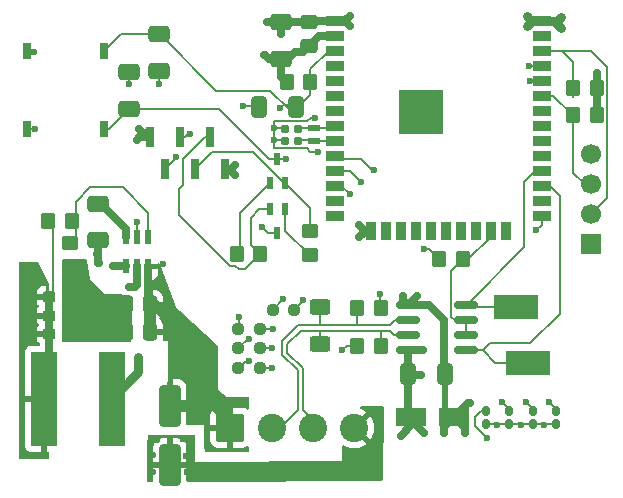
<source format=gtl>
G04 #@! TF.GenerationSoftware,KiCad,Pcbnew,9.0.4*
G04 #@! TF.CreationDate,2025-09-21T22:22:09+02:00*
G04 #@! TF.ProjectId,modbus-to-x,6d6f6462-7573-42d7-946f-2d782e6b6963,rev?*
G04 #@! TF.SameCoordinates,Original*
G04 #@! TF.FileFunction,Copper,L1,Top*
G04 #@! TF.FilePolarity,Positive*
%FSLAX46Y46*%
G04 Gerber Fmt 4.6, Leading zero omitted, Abs format (unit mm)*
G04 Created by KiCad (PCBNEW 9.0.4) date 2025-09-21 22:22:09*
%MOMM*%
%LPD*%
G01*
G04 APERTURE LIST*
G04 Aperture macros list*
%AMRoundRect*
0 Rectangle with rounded corners*
0 $1 Rounding radius*
0 $2 $3 $4 $5 $6 $7 $8 $9 X,Y pos of 4 corners*
0 Add a 4 corners polygon primitive as box body*
4,1,4,$2,$3,$4,$5,$6,$7,$8,$9,$2,$3,0*
0 Add four circle primitives for the rounded corners*
1,1,$1+$1,$2,$3*
1,1,$1+$1,$4,$5*
1,1,$1+$1,$6,$7*
1,1,$1+$1,$8,$9*
0 Add four rect primitives between the rounded corners*
20,1,$1+$1,$2,$3,$4,$5,0*
20,1,$1+$1,$4,$5,$6,$7,0*
20,1,$1+$1,$6,$7,$8,$9,0*
20,1,$1+$1,$8,$9,$2,$3,0*%
G04 Aperture macros list end*
G04 #@! TA.AperFunction,SMDPad,CuDef*
%ADD10R,0.900000X0.900000*%
G04 #@! TD*
G04 #@! TA.AperFunction,HeatsinkPad*
%ADD11C,0.600000*%
G04 #@! TD*
G04 #@! TA.AperFunction,SMDPad,CuDef*
%ADD12R,3.800000X3.800000*%
G04 #@! TD*
G04 #@! TA.AperFunction,SMDPad,CuDef*
%ADD13R,1.500000X0.900000*%
G04 #@! TD*
G04 #@! TA.AperFunction,SMDPad,CuDef*
%ADD14R,0.900000X1.500000*%
G04 #@! TD*
G04 #@! TA.AperFunction,ComponentPad*
%ADD15C,1.700000*%
G04 #@! TD*
G04 #@! TA.AperFunction,ComponentPad*
%ADD16R,1.700000X1.700000*%
G04 #@! TD*
G04 #@! TA.AperFunction,SMDPad,CuDef*
%ADD17R,3.800000X2.030000*%
G04 #@! TD*
G04 #@! TA.AperFunction,SMDPad,CuDef*
%ADD18RoundRect,0.155000X-0.212500X-0.155000X0.212500X-0.155000X0.212500X0.155000X-0.212500X0.155000X0*%
G04 #@! TD*
G04 #@! TA.AperFunction,SMDPad,CuDef*
%ADD19RoundRect,0.250000X0.650000X-0.412500X0.650000X0.412500X-0.650000X0.412500X-0.650000X-0.412500X0*%
G04 #@! TD*
G04 #@! TA.AperFunction,SMDPad,CuDef*
%ADD20RoundRect,0.237500X-0.250000X-0.237500X0.250000X-0.237500X0.250000X0.237500X-0.250000X0.237500X0*%
G04 #@! TD*
G04 #@! TA.AperFunction,SMDPad,CuDef*
%ADD21RoundRect,0.250000X0.337500X0.475000X-0.337500X0.475000X-0.337500X-0.475000X0.337500X-0.475000X0*%
G04 #@! TD*
G04 #@! TA.AperFunction,SMDPad,CuDef*
%ADD22R,1.000000X0.500000*%
G04 #@! TD*
G04 #@! TA.AperFunction,SMDPad,CuDef*
%ADD23RoundRect,0.250000X0.350000X0.450000X-0.350000X0.450000X-0.350000X-0.450000X0.350000X-0.450000X0*%
G04 #@! TD*
G04 #@! TA.AperFunction,SMDPad,CuDef*
%ADD24RoundRect,0.250000X-1.050000X-0.550000X1.050000X-0.550000X1.050000X0.550000X-1.050000X0.550000X0*%
G04 #@! TD*
G04 #@! TA.AperFunction,SMDPad,CuDef*
%ADD25R,0.660400X1.346200*%
G04 #@! TD*
G04 #@! TA.AperFunction,SMDPad,CuDef*
%ADD26RoundRect,0.237500X0.300000X0.237500X-0.300000X0.237500X-0.300000X-0.237500X0.300000X-0.237500X0*%
G04 #@! TD*
G04 #@! TA.AperFunction,SMDPad,CuDef*
%ADD27RoundRect,0.250000X-0.650000X0.412500X-0.650000X-0.412500X0.650000X-0.412500X0.650000X0.412500X0*%
G04 #@! TD*
G04 #@! TA.AperFunction,SMDPad,CuDef*
%ADD28R,0.500000X1.000000*%
G04 #@! TD*
G04 #@! TA.AperFunction,SMDPad,CuDef*
%ADD29RoundRect,0.160000X0.160000X-0.222500X0.160000X0.222500X-0.160000X0.222500X-0.160000X-0.222500X0*%
G04 #@! TD*
G04 #@! TA.AperFunction,SMDPad,CuDef*
%ADD30RoundRect,0.250000X-0.350000X-0.450000X0.350000X-0.450000X0.350000X0.450000X-0.350000X0.450000X0*%
G04 #@! TD*
G04 #@! TA.AperFunction,SMDPad,CuDef*
%ADD31RoundRect,0.250000X-0.337500X-0.475000X0.337500X-0.475000X0.337500X0.475000X-0.337500X0.475000X0*%
G04 #@! TD*
G04 #@! TA.AperFunction,SMDPad,CuDef*
%ADD32RoundRect,0.250000X0.412500X0.650000X-0.412500X0.650000X-0.412500X-0.650000X0.412500X-0.650000X0*%
G04 #@! TD*
G04 #@! TA.AperFunction,ComponentPad*
%ADD33C,2.400000*%
G04 #@! TD*
G04 #@! TA.AperFunction,ComponentPad*
%ADD34RoundRect,0.250001X-0.949999X-0.949999X0.949999X-0.949999X0.949999X0.949999X-0.949999X0.949999X0*%
G04 #@! TD*
G04 #@! TA.AperFunction,SMDPad,CuDef*
%ADD35RoundRect,0.250000X-0.450000X0.350000X-0.450000X-0.350000X0.450000X-0.350000X0.450000X0.350000X0*%
G04 #@! TD*
G04 #@! TA.AperFunction,SMDPad,CuDef*
%ADD36RoundRect,0.250000X-0.475000X0.337500X-0.475000X-0.337500X0.475000X-0.337500X0.475000X0.337500X0*%
G04 #@! TD*
G04 #@! TA.AperFunction,SMDPad,CuDef*
%ADD37RoundRect,0.250000X-0.650000X1.500000X-0.650000X-1.500000X0.650000X-1.500000X0.650000X1.500000X0*%
G04 #@! TD*
G04 #@! TA.AperFunction,SMDPad,CuDef*
%ADD38RoundRect,0.250000X-0.625000X0.400000X-0.625000X-0.400000X0.625000X-0.400000X0.625000X0.400000X0*%
G04 #@! TD*
G04 #@! TA.AperFunction,SMDPad,CuDef*
%ADD39RoundRect,0.250000X-0.412500X-0.650000X0.412500X-0.650000X0.412500X0.650000X-0.412500X0.650000X0*%
G04 #@! TD*
G04 #@! TA.AperFunction,SMDPad,CuDef*
%ADD40RoundRect,0.150000X0.825000X0.150000X-0.825000X0.150000X-0.825000X-0.150000X0.825000X-0.150000X0*%
G04 #@! TD*
G04 #@! TA.AperFunction,SMDPad,CuDef*
%ADD41RoundRect,0.250000X0.450000X-0.350000X0.450000X0.350000X-0.450000X0.350000X-0.450000X-0.350000X0*%
G04 #@! TD*
G04 #@! TA.AperFunction,SMDPad,CuDef*
%ADD42RoundRect,0.073750X0.221250X-0.551250X0.221250X0.551250X-0.221250X0.551250X-0.221250X-0.551250X0*%
G04 #@! TD*
G04 #@! TA.AperFunction,SMDPad,CuDef*
%ADD43R,2.209800X8.001000*%
G04 #@! TD*
G04 #@! TA.AperFunction,SMDPad,CuDef*
%ADD44R,0.740000X1.700000*%
G04 #@! TD*
G04 #@! TA.AperFunction,ViaPad*
%ADD45C,0.600000*%
G04 #@! TD*
G04 #@! TA.AperFunction,Conductor*
%ADD46C,0.200000*%
G04 #@! TD*
G04 #@! TA.AperFunction,Conductor*
%ADD47C,0.635000*%
G04 #@! TD*
G04 #@! TA.AperFunction,Conductor*
%ADD48C,0.150000*%
G04 #@! TD*
G04 #@! TA.AperFunction,Conductor*
%ADD49C,0.500000*%
G04 #@! TD*
G04 #@! TA.AperFunction,Conductor*
%ADD50C,1.000000*%
G04 #@! TD*
G04 #@! TA.AperFunction,Conductor*
%ADD51C,0.800000*%
G04 #@! TD*
G04 #@! TA.AperFunction,Conductor*
%ADD52C,0.950000*%
G04 #@! TD*
G04 APERTURE END LIST*
D10*
X117431800Y-98525400D03*
D11*
X117431800Y-97825400D03*
D10*
X117431800Y-97125400D03*
D11*
X117431800Y-96425400D03*
D10*
X117431800Y-95725400D03*
D11*
X116731800Y-98525400D03*
X116731800Y-97125400D03*
X116731800Y-95725400D03*
D10*
X116031800Y-98525400D03*
D12*
X116031800Y-97125400D03*
D10*
X116031800Y-97125400D03*
X116031800Y-95725400D03*
D11*
X116006800Y-97825400D03*
X116006800Y-96425400D03*
X115331800Y-98525400D03*
X115331800Y-97125400D03*
X115331800Y-95725400D03*
D10*
X114631800Y-98525400D03*
D11*
X114631800Y-97825400D03*
D10*
X114631800Y-97125400D03*
D11*
X114631800Y-96425400D03*
D10*
X114631800Y-95725400D03*
D13*
X126281800Y-89405400D03*
X126281800Y-90675400D03*
X126281800Y-91945400D03*
X126281800Y-93215400D03*
X126281800Y-94485400D03*
X126281800Y-95755400D03*
X126281800Y-97025400D03*
X126281800Y-98295400D03*
X126281800Y-99565400D03*
X126281800Y-100835400D03*
X126281800Y-102105400D03*
X126281800Y-103375400D03*
X126281800Y-104645400D03*
X126281800Y-105915400D03*
D14*
X123251800Y-107165400D03*
X121981800Y-107165400D03*
X120711800Y-107165400D03*
X119441800Y-107165400D03*
X118171800Y-107165400D03*
X116901800Y-107165400D03*
X115631800Y-107165400D03*
X114361800Y-107165400D03*
X113091800Y-107165400D03*
X111821800Y-107165400D03*
D13*
X108781800Y-105915400D03*
X108781800Y-104645400D03*
X108781800Y-103375400D03*
X108781800Y-102105400D03*
X108781800Y-100835400D03*
X108781800Y-99565400D03*
X108781800Y-98295400D03*
X108781800Y-97025400D03*
X108781800Y-95755400D03*
X108781800Y-94485400D03*
X108781800Y-93215400D03*
X108781800Y-91945400D03*
X108781800Y-90675400D03*
X108781800Y-89405400D03*
D15*
X130429000Y-100711000D03*
X130429000Y-103251000D03*
X130429000Y-105791000D03*
D16*
X130429000Y-108331000D03*
D17*
X125087200Y-118368200D03*
D18*
X104525723Y-98553406D03*
X105660723Y-98553406D03*
X104513858Y-99579651D03*
X105648858Y-99579651D03*
D19*
X91363800Y-96837900D03*
X91363800Y-93712900D03*
D20*
X100603500Y-117136300D03*
X102428500Y-117136300D03*
D21*
X93137900Y-113411000D03*
X91062900Y-113411000D03*
D22*
X107000000Y-99550000D03*
X107000000Y-98450000D03*
D23*
X130921000Y-95123000D03*
X128921000Y-95123000D03*
D24*
X115220555Y-122968067D03*
X118820555Y-122968067D03*
D25*
X82677000Y-98577400D03*
X89230200Y-98577400D03*
D26*
X86281600Y-112790700D03*
X84556600Y-112790700D03*
D27*
X93853000Y-90537900D03*
X93853000Y-93662900D03*
D28*
X104551000Y-105359200D03*
X103251000Y-105359200D03*
X103901000Y-107359200D03*
D19*
X88722200Y-107988500D03*
X88722200Y-104863500D03*
D29*
X125505650Y-123570500D03*
X125505650Y-122425500D03*
D20*
X103499100Y-113847000D03*
X105324100Y-113847000D03*
D30*
X84471000Y-106324400D03*
X86471000Y-106324400D03*
D29*
X121525650Y-123570500D03*
X121525650Y-122425500D03*
X127495650Y-123570500D03*
X127495650Y-122425500D03*
D31*
X91062900Y-115747800D03*
X93137900Y-115747800D03*
D20*
X100603500Y-118774600D03*
X102428500Y-118774600D03*
D30*
X110642400Y-113690400D03*
X112642400Y-113690400D03*
D26*
X86281600Y-115910900D03*
X84556600Y-115910900D03*
D32*
X105462500Y-96700000D03*
X102337500Y-96700000D03*
D23*
X102462600Y-109137200D03*
X100462600Y-109137200D03*
D20*
X100603500Y-115498000D03*
X102428500Y-115498000D03*
D33*
X110413800Y-123850400D03*
D34*
X99913800Y-123850400D03*
D33*
X103413800Y-123850400D03*
X106913800Y-123850400D03*
D35*
X106629200Y-107229400D03*
X106629200Y-109229400D03*
D36*
X106553000Y-89462700D03*
X106553000Y-91537700D03*
D30*
X117592600Y-109601000D03*
X119592600Y-109601000D03*
D37*
X94803749Y-122000452D03*
X94803749Y-127000452D03*
D38*
X107527600Y-113664400D03*
X107527600Y-116764400D03*
D39*
X114956700Y-119329200D03*
X118081700Y-119329200D03*
D40*
X119877200Y-117285700D03*
X119877200Y-116015700D03*
X119877200Y-114745700D03*
X119877200Y-113475700D03*
X114927200Y-113475700D03*
X114927200Y-114745700D03*
X114927200Y-116015700D03*
X114927200Y-117285700D03*
D41*
X86334600Y-110245400D03*
X86334600Y-108245400D03*
D30*
X104700000Y-94600000D03*
X106700000Y-94600000D03*
X110642400Y-116890800D03*
X112642400Y-116890800D03*
D29*
X123515650Y-123570500D03*
X123515650Y-122425500D03*
D42*
X91074200Y-110192906D03*
X92024200Y-110192906D03*
X92974200Y-110192906D03*
X92974200Y-107682906D03*
X92024200Y-107682906D03*
X91074200Y-107682906D03*
D27*
X104190800Y-89521900D03*
X104190800Y-92646900D03*
D26*
X86281600Y-114350800D03*
X84556600Y-114350800D03*
D43*
X84162900Y-121412000D03*
X89877900Y-121412000D03*
D28*
X103251000Y-103126800D03*
X104551000Y-103126800D03*
X103901000Y-101126800D03*
D44*
X93091000Y-99263200D03*
X94361000Y-101963200D03*
X95631000Y-99263200D03*
X96901000Y-101963200D03*
X98171000Y-99263200D03*
X99441000Y-101963200D03*
D25*
X82677000Y-91948000D03*
X89230200Y-91948000D03*
D17*
X124079000Y-113588800D03*
D23*
X130921000Y-97409000D03*
X128921000Y-97409000D03*
D45*
X130937000Y-93853000D03*
X104200000Y-93600000D03*
X102800000Y-92300000D03*
X107659185Y-89405400D03*
X105486224Y-89462700D03*
X87376000Y-114350800D03*
X122508450Y-123575200D03*
X96200749Y-126202252D03*
X114579400Y-112674400D03*
X96226149Y-127573852D03*
X92202000Y-98531497D03*
X87376000Y-115910900D03*
X109407200Y-117297200D03*
X83286600Y-92024200D03*
X110032800Y-88950800D03*
X110845600Y-107721400D03*
X120198233Y-121776169D03*
X93406749Y-127573852D03*
X117975200Y-117072800D03*
X107117813Y-97581376D03*
X115697000Y-112699800D03*
X93406749Y-126151452D03*
X90119200Y-115747800D03*
X124489650Y-123575200D03*
X103651698Y-99472011D03*
X116756000Y-113491400D03*
X93853000Y-94767400D03*
X125018800Y-89027000D03*
X118044861Y-124274466D03*
X101015800Y-96621600D03*
X88823800Y-112877600D03*
X118081700Y-121577936D03*
X126470850Y-123575200D03*
X102997000Y-89484200D03*
X104190800Y-90474800D03*
X127889000Y-89052400D03*
X87452200Y-110236000D03*
X118081700Y-120773109D03*
X89997000Y-110185200D03*
X110845600Y-106705400D03*
X90195400Y-114579400D03*
X127889000Y-90000000D03*
X110032800Y-89800000D03*
X83413600Y-98577400D03*
X93715448Y-124857272D03*
X90119200Y-113411000D03*
X87553800Y-111607600D03*
X119745702Y-124322042D03*
X103651698Y-98499155D03*
X107300000Y-100500000D03*
X95925248Y-124831872D03*
X88849200Y-116179600D03*
X91998800Y-99491800D03*
X125018800Y-89839800D03*
X87376000Y-112790700D03*
X91363800Y-94742000D03*
X104100000Y-96800000D03*
X102616000Y-106883200D03*
X104648000Y-101092000D03*
X125806200Y-107137200D03*
X105422359Y-92041480D03*
X114326007Y-124516311D03*
X100304600Y-101600000D03*
X104411600Y-112983400D03*
X112623947Y-112537800D03*
X116100000Y-119400000D03*
X116281200Y-108737400D03*
X114956700Y-121120678D03*
X82804000Y-114088333D03*
X116332127Y-124293730D03*
X82804000Y-115798600D03*
X82753200Y-112378067D03*
X82753200Y-110667800D03*
X100304600Y-102463600D03*
X116205000Y-117285700D03*
X121619450Y-124718200D03*
X106070400Y-113030000D03*
X125247400Y-93243400D03*
X96494600Y-99009200D03*
X95340418Y-100883509D03*
X125272800Y-94462600D03*
X94259400Y-109956600D03*
X92049600Y-106426000D03*
X92125800Y-117850920D03*
X92125800Y-118714520D03*
X92049600Y-111490997D03*
X88620600Y-109143800D03*
X88773000Y-109931200D03*
X91363800Y-111963200D03*
X103469900Y-118774600D03*
X122923650Y-121695600D03*
X103469900Y-117136300D03*
X124913650Y-121695600D03*
X126903650Y-121695600D03*
X103505000Y-115519200D03*
X101498400Y-118186200D03*
X112100000Y-102000000D03*
X100634800Y-114477800D03*
X110015819Y-104069992D03*
X111000000Y-103000000D03*
X101482600Y-116306600D03*
D46*
X128921000Y-102251000D02*
X128921000Y-97663000D01*
X129921000Y-103251000D02*
X128921000Y-102251000D01*
X130429000Y-103251000D02*
X129921000Y-103251000D01*
X126281800Y-95755400D02*
X127267400Y-95755400D01*
X127267400Y-95755400D02*
X128921000Y-97409000D01*
X130426400Y-91945400D02*
X126281800Y-91945400D01*
X131822000Y-93341000D02*
X130426400Y-91945400D01*
X131822000Y-104398000D02*
X131822000Y-93341000D01*
X130429000Y-105791000D02*
X131822000Y-104398000D01*
X128921000Y-92853000D02*
X128921000Y-95885000D01*
X128013400Y-91945400D02*
X128921000Y-92853000D01*
X126281800Y-91945400D02*
X128013400Y-91945400D01*
D47*
X130921000Y-93869000D02*
X130937000Y-93853000D01*
X130921000Y-95123000D02*
X130921000Y-93869000D01*
X130921000Y-97409000D02*
X130921000Y-95123000D01*
D46*
X130937000Y-97033361D02*
X130920668Y-97049693D01*
X130937000Y-95218000D02*
X130921000Y-95234000D01*
X103935800Y-101092000D02*
X103901000Y-101126800D01*
X104648000Y-101092000D02*
X103935800Y-101092000D01*
X111906000Y-102000000D02*
X110998000Y-101092000D01*
X109038400Y-101092000D02*
X108781800Y-100835400D01*
X112100000Y-102000000D02*
X111906000Y-102000000D01*
X110998000Y-101092000D02*
X109038400Y-101092000D01*
X95340418Y-100983782D02*
X94361000Y-101963200D01*
X95340418Y-100883509D02*
X95340418Y-100983782D01*
X112642400Y-113291400D02*
X112642400Y-113690400D01*
X112623947Y-112537800D02*
X112623947Y-113272947D01*
X112623947Y-113272947D02*
X112642400Y-113291400D01*
D47*
X115027500Y-119400000D02*
X114956700Y-119329200D01*
X116100000Y-119400000D02*
X115027500Y-119400000D01*
X106049220Y-92041480D02*
X106553000Y-91537700D01*
X105422359Y-92041480D02*
X106049220Y-92041480D01*
X104816939Y-92646900D02*
X104190800Y-92646900D01*
X105422359Y-92041480D02*
X104816939Y-92646900D01*
X102865600Y-92300000D02*
X103212500Y-92646900D01*
X103212500Y-92646900D02*
X104190800Y-92646900D01*
X102800000Y-92300000D02*
X102865600Y-92300000D01*
D48*
X106400000Y-100200000D02*
X106700000Y-100500000D01*
X103600000Y-100200000D02*
X106400000Y-100200000D01*
X106700000Y-100500000D02*
X107300000Y-100500000D01*
X103600000Y-99523709D02*
X103600000Y-100200000D01*
X103651698Y-99472011D02*
X103600000Y-99523709D01*
D47*
X106553000Y-89712800D02*
X106553000Y-89462700D01*
D48*
X103651698Y-99472011D02*
X103651698Y-98499155D01*
X103600000Y-98447457D02*
X103651698Y-98499155D01*
X103600000Y-97900000D02*
X103600000Y-98447457D01*
X106718624Y-97581376D02*
X106400000Y-97900000D01*
X106400000Y-97900000D02*
X103600000Y-97900000D01*
X107117813Y-97581376D02*
X106718624Y-97581376D01*
X107117813Y-97581376D02*
X107117813Y-97617813D01*
D46*
X93929200Y-90537900D02*
X98691300Y-95300000D01*
X93853000Y-90537900D02*
X93929200Y-90537900D01*
X90635332Y-90542868D02*
X89230200Y-91948000D01*
X93848032Y-90542868D02*
X90635332Y-90542868D01*
X93853000Y-90537900D02*
X93848032Y-90542868D01*
X103300000Y-95300000D02*
X98691300Y-95300000D01*
X104901000Y-96901000D02*
X103300000Y-95300000D01*
X105423100Y-96901000D02*
X104901000Y-96901000D01*
D47*
X88722200Y-104863500D02*
X88950800Y-104863500D01*
X88950800Y-104863500D02*
X91074200Y-106986900D01*
X91074200Y-106986900D02*
X91074200Y-107682906D01*
D49*
X118081700Y-119329200D02*
X118081700Y-120773109D01*
D47*
X108781800Y-89405400D02*
X106610300Y-89405400D01*
D46*
X83210400Y-91948000D02*
X83286600Y-92024200D01*
D47*
X119745702Y-123893214D02*
X118820555Y-122968067D01*
X111821800Y-107165400D02*
X111305600Y-107165400D01*
D50*
X86281600Y-115910900D02*
X87376000Y-115910900D01*
D51*
X126281800Y-89405400D02*
X125453200Y-89405400D01*
D46*
X127495650Y-123570500D02*
X126475550Y-123570500D01*
D47*
X106553000Y-89462700D02*
X104250000Y-89462700D01*
X116756000Y-113491400D02*
X114942900Y-113491400D01*
D46*
X91363800Y-93712900D02*
X91363800Y-94742000D01*
D51*
X127536000Y-89405400D02*
X127889000Y-89052400D01*
D47*
X91037500Y-113411000D02*
X91037500Y-114579400D01*
X90004706Y-110192906D02*
X89997000Y-110185200D01*
X104190800Y-90474800D02*
X104190800Y-89521900D01*
X116777400Y-113491400D02*
X117947800Y-114661800D01*
X115697000Y-112705900D02*
X114927200Y-113475700D01*
D46*
X93853000Y-94767400D02*
X93853000Y-93662900D01*
D47*
X114942900Y-113491400D02*
X114927200Y-113475700D01*
D46*
X123515650Y-123570500D02*
X124484950Y-123570500D01*
D47*
X90119200Y-113411000D02*
X91037500Y-113411000D01*
D46*
X101803200Y-96621600D02*
X102082600Y-96901000D01*
D47*
X108781800Y-89405400D02*
X109578200Y-89405400D01*
D51*
X126281800Y-89405400D02*
X125397200Y-89405400D01*
D46*
X82677000Y-91948000D02*
X83210400Y-91948000D01*
X103679687Y-99500000D02*
X103651698Y-99472011D01*
D49*
X118081700Y-119329200D02*
X117975200Y-119222700D01*
D47*
X111821800Y-107165400D02*
X111401600Y-107165400D01*
D50*
X86281600Y-112790700D02*
X87376000Y-112790700D01*
D47*
X118044861Y-124274466D02*
X118044861Y-123743761D01*
X91074200Y-110192906D02*
X90004706Y-110192906D01*
D46*
X121525650Y-123570500D02*
X122503750Y-123570500D01*
D47*
X117947800Y-114661800D02*
X117975200Y-114689200D01*
X111305600Y-107165400D02*
X110845600Y-106705400D01*
D46*
X83413600Y-98577400D02*
X82677000Y-98577400D01*
D47*
X120198233Y-121776169D02*
X120012453Y-121776169D01*
D46*
X110642400Y-116890800D02*
X109813600Y-116890800D01*
D50*
X86281600Y-115910900D02*
X86281600Y-112790700D01*
D46*
X124494350Y-123570500D02*
X124489650Y-123575200D01*
D47*
X91998800Y-99491800D02*
X92227400Y-99263200D01*
D51*
X125453200Y-89405400D02*
X125018800Y-89839800D01*
D46*
X104532500Y-99500000D02*
X103679687Y-99500000D01*
D49*
X118081700Y-122229212D02*
X118820555Y-122968067D01*
D51*
X125397200Y-89405400D02*
X125018800Y-89027000D01*
D47*
X91037500Y-114579400D02*
X91037500Y-115722400D01*
D46*
X126475550Y-123570500D02*
X126470850Y-123575200D01*
D47*
X90195400Y-114579400D02*
X91037500Y-114579400D01*
X92227400Y-99263200D02*
X93091000Y-99263200D01*
X104250000Y-89462700D02*
X104190800Y-89521900D01*
X109638200Y-89405400D02*
X110032800Y-89800000D01*
X114579400Y-113127900D02*
X114927200Y-113475700D01*
D46*
X125505650Y-123570500D02*
X126466150Y-123570500D01*
X126466150Y-123570500D02*
X126470850Y-123575200D01*
D47*
X93091000Y-99263200D02*
X92933703Y-99263200D01*
X103034700Y-89521900D02*
X102997000Y-89484200D01*
X117975200Y-117072800D02*
X117975200Y-114689200D01*
D46*
X122503750Y-123570500D02*
X122508450Y-123575200D01*
D47*
X117975200Y-119222700D02*
X117975200Y-117072800D01*
X91037500Y-115722400D02*
X91062900Y-115747800D01*
X114579400Y-112674400D02*
X114579400Y-113127900D01*
X109578200Y-89405400D02*
X110032800Y-88950800D01*
D46*
X101015800Y-96621600D02*
X101803200Y-96621600D01*
D47*
X120012453Y-121776169D02*
X118820555Y-122968067D01*
D46*
X127451750Y-123487700D02*
X127524250Y-123415200D01*
X104532500Y-98500000D02*
X103652543Y-98500000D01*
D47*
X118044861Y-123743761D02*
X118820555Y-122968067D01*
X111401600Y-107165400D02*
X110845600Y-107721400D01*
X116777400Y-113491400D02*
X116756000Y-113491400D01*
D46*
X109813600Y-116890800D02*
X109407200Y-117297200D01*
D47*
X108781800Y-89405400D02*
X109638200Y-89405400D01*
X119745702Y-124322042D02*
X119745702Y-123893214D01*
X92933703Y-99263200D02*
X92202000Y-98531497D01*
D46*
X125505650Y-123570500D02*
X124494350Y-123570500D01*
X102082600Y-96901000D02*
X102298100Y-96901000D01*
D51*
X127294400Y-89405400D02*
X127889000Y-90000000D01*
X126281800Y-89405400D02*
X127536000Y-89405400D01*
D47*
X106610300Y-89405400D02*
X106553000Y-89462700D01*
X90119200Y-115747800D02*
X91062900Y-115747800D01*
X104190800Y-89521900D02*
X103034700Y-89521900D01*
D50*
X86281600Y-114350800D02*
X87376000Y-114350800D01*
D46*
X123515650Y-123570500D02*
X122513150Y-123570500D01*
D49*
X118081700Y-120773109D02*
X118081700Y-122229212D01*
D46*
X103652543Y-98500000D02*
X103651698Y-98499155D01*
D47*
X114927200Y-113475700D02*
X115274300Y-113475700D01*
D46*
X124484950Y-123570500D02*
X124489650Y-123575200D01*
D51*
X126281800Y-89405400D02*
X127294400Y-89405400D01*
D47*
X115697000Y-112699800D02*
X115697000Y-112705900D01*
D46*
X122513150Y-123570500D02*
X122508450Y-123575200D01*
X104100000Y-96800000D02*
X104350000Y-96550000D01*
X104350000Y-96550000D02*
X105072100Y-96550000D01*
X102616000Y-106883200D02*
X103092000Y-107359200D01*
X108251800Y-91945400D02*
X108781800Y-91945400D01*
X103092000Y-107359200D02*
X103901000Y-107359200D01*
X106689400Y-93507800D02*
X108251800Y-91945400D01*
X106689400Y-94640400D02*
X106689400Y-93507800D01*
X106689400Y-94640400D02*
X106689400Y-95634700D01*
X105072100Y-96550000D02*
X105423100Y-96901000D01*
X106689400Y-95634700D02*
X105423100Y-96901000D01*
X103926400Y-101101400D02*
X103901000Y-101126800D01*
X98937900Y-96837900D02*
X103226800Y-101126800D01*
X126281800Y-106661600D02*
X126281800Y-105915400D01*
X103226800Y-101126800D02*
X103901000Y-101126800D01*
X91363800Y-96901000D02*
X91363800Y-96837900D01*
X125806200Y-107137200D02*
X126281800Y-106661600D01*
X89230200Y-98577400D02*
X89687400Y-98577400D01*
X91363800Y-96837900D02*
X98937900Y-96837900D01*
X89611200Y-98577400D02*
X89230200Y-98577400D01*
X89687400Y-98577400D02*
X91363800Y-96901000D01*
X116281200Y-108737400D02*
X116729000Y-108737400D01*
X84886800Y-112460500D02*
X84556600Y-112790700D01*
D47*
X114956700Y-119329200D02*
X114956700Y-117315200D01*
D46*
X104411600Y-112983400D02*
X104362700Y-112983400D01*
D47*
X99941400Y-101963200D02*
X100304600Y-101600000D01*
X115220555Y-123621763D02*
X114326007Y-124516311D01*
X115220555Y-122968067D02*
X115220555Y-123621763D01*
X115220555Y-122968067D02*
X115220555Y-123182158D01*
D46*
X104362700Y-112983400D02*
X103499100Y-113847000D01*
D47*
X115220555Y-123182158D02*
X116332127Y-124293730D01*
X99804200Y-101963200D02*
X100304600Y-102463600D01*
X99441000Y-101963200D02*
X99941400Y-101963200D01*
X114956700Y-119329200D02*
X114956700Y-122704212D01*
D46*
X84852000Y-106349800D02*
X84886800Y-106384600D01*
D47*
X84556600Y-115910900D02*
X84556600Y-121018300D01*
D46*
X84886800Y-106384600D02*
X84886800Y-112460500D01*
D47*
X106553000Y-91537700D02*
X107415300Y-90675400D01*
X84556600Y-112790700D02*
X84556600Y-115910900D01*
X114956700Y-122704212D02*
X115220555Y-122968067D01*
X107415300Y-90675400D02*
X108781800Y-90675400D01*
X114927200Y-117285700D02*
X116205000Y-117285700D01*
X99441000Y-101963200D02*
X99804200Y-101963200D01*
X84556600Y-121018300D02*
X84162900Y-121412000D01*
D46*
X116729000Y-108737400D02*
X117592600Y-109601000D01*
X120603450Y-123702200D02*
X120603450Y-122940200D01*
X106070400Y-113100700D02*
X105324100Y-113847000D01*
X121118150Y-122425500D02*
X121525650Y-122425500D01*
X120603450Y-122940200D02*
X121118150Y-122425500D01*
X121619450Y-124718200D02*
X120603450Y-123702200D01*
X106070400Y-113030000D02*
X106070400Y-113100700D01*
X96367600Y-99009200D02*
X96113600Y-99263200D01*
X125275400Y-93215400D02*
X125247400Y-93243400D01*
X126281800Y-93215400D02*
X125275400Y-93215400D01*
X96494600Y-99009200D02*
X96367600Y-99009200D01*
X96113600Y-99263200D02*
X95631000Y-99263200D01*
X126259000Y-94462600D02*
X126281800Y-94485400D01*
X125272800Y-94462600D02*
X126259000Y-94462600D01*
D50*
X98371600Y-121694600D02*
X97245200Y-121694600D01*
D46*
X92049600Y-106426000D02*
X92024200Y-106451400D01*
D50*
X96939348Y-122000452D02*
X94803749Y-122000452D01*
X98371600Y-118285200D02*
X96347700Y-116261300D01*
X93112500Y-113411000D02*
X93112500Y-115722400D01*
D52*
X96347700Y-116261300D02*
X93112500Y-113026100D01*
D47*
X92974200Y-112887800D02*
X93112500Y-113026100D01*
D46*
X92024200Y-106451400D02*
X92024200Y-107682906D01*
D50*
X98371600Y-121694600D02*
X98371600Y-118285200D01*
D47*
X92974200Y-110192906D02*
X92974200Y-112887800D01*
D50*
X97245200Y-121694600D02*
X96939348Y-122000452D01*
X100584000Y-123907000D02*
X98371600Y-121694600D01*
D46*
X126939000Y-95595400D02*
X126031800Y-95595400D01*
D47*
X88722200Y-109880400D02*
X88773000Y-109931200D01*
X88722200Y-107988500D02*
X88722200Y-109042200D01*
D51*
X89877900Y-121412000D02*
X92125800Y-119164100D01*
D47*
X91841920Y-111963200D02*
X92049600Y-111755520D01*
X92024200Y-111465597D02*
X92049600Y-111490997D01*
X92049600Y-111755520D02*
X92049600Y-111490997D01*
D46*
X92024200Y-110192906D02*
X92024200Y-110546012D01*
D47*
X92024200Y-110192906D02*
X92024200Y-111465597D01*
D51*
X92125800Y-119164100D02*
X92125800Y-117850920D01*
D47*
X88722200Y-109042200D02*
X88620600Y-109143800D01*
X91363800Y-111963200D02*
X91841920Y-111963200D01*
X88722200Y-107988500D02*
X88722200Y-109880400D01*
D46*
X86852000Y-107728000D02*
X86852000Y-104708656D01*
X86334600Y-108245400D02*
X86852000Y-107728000D01*
X88066056Y-103494600D02*
X90794600Y-103494600D01*
X90794600Y-103494600D02*
X92974200Y-105674200D01*
X86852000Y-104708656D02*
X88066056Y-103494600D01*
X92974200Y-105674200D02*
X92974200Y-107682906D01*
X113789099Y-116015700D02*
X114927200Y-116015700D01*
X106059001Y-122382001D02*
X107584000Y-123907000D01*
X113394799Y-115621400D02*
X113789099Y-116015700D01*
X107527600Y-116764400D02*
X107527600Y-115621400D01*
X106059001Y-118814132D02*
X106059001Y-122382001D01*
X112642400Y-115622600D02*
X112641200Y-115621400D01*
X104755400Y-117510531D02*
X106059001Y-118814132D01*
X104755400Y-117510531D02*
X104755400Y-116730000D01*
X107527600Y-115621400D02*
X107527000Y-115620800D01*
X112641200Y-115621400D02*
X113394799Y-115621400D01*
X112642400Y-116890800D02*
X112642400Y-115622600D01*
X105864000Y-115621400D02*
X112641200Y-115621400D01*
X104755400Y-116730000D02*
X105864000Y-115621400D01*
X119877200Y-114745700D02*
X118902201Y-114745700D01*
X121981800Y-107695400D02*
X120076200Y-109601000D01*
X119877200Y-115091252D02*
X119877200Y-116015700D01*
X121976800Y-107535400D02*
X121976800Y-106755400D01*
X121976800Y-107651200D02*
X121976800Y-106755400D01*
X118902201Y-114745700D02*
X118602200Y-114445699D01*
X118602200Y-110591400D02*
X119592600Y-109601000D01*
X121981800Y-107165400D02*
X121981800Y-107695400D01*
X120076200Y-109601000D02*
X119592600Y-109601000D01*
X118602200Y-114445699D02*
X118602200Y-110591400D01*
X123515650Y-122287600D02*
X122923650Y-121695600D01*
X102428500Y-118774600D02*
X103469900Y-118774600D01*
X123515650Y-122425500D02*
X123515650Y-122287600D01*
X102428500Y-117136300D02*
X103469900Y-117136300D01*
X102517400Y-117136300D02*
X102530100Y-117123600D01*
X125505650Y-122287600D02*
X124913650Y-121695600D01*
X125505650Y-122425500D02*
X125505650Y-122287600D01*
X102428500Y-117136300D02*
X102517400Y-117136300D01*
X127495650Y-122287600D02*
X126903650Y-121695600D01*
X102428500Y-115498000D02*
X103483800Y-115498000D01*
X103483800Y-115498000D02*
X103505000Y-115519200D01*
X127495650Y-122425500D02*
X127495650Y-122287600D01*
X104305400Y-116543600D02*
X105677600Y-115171400D01*
X105677600Y-115171400D02*
X113394799Y-115171400D01*
X113394799Y-115171400D02*
X113820499Y-114745700D01*
X110642400Y-113690400D02*
X110642400Y-115171400D01*
X105608999Y-119000530D02*
X105608999Y-122382001D01*
X107527600Y-113664400D02*
X107527600Y-115171400D01*
X113820499Y-114745700D02*
X114927200Y-114745700D01*
X104305400Y-117696931D02*
X104305400Y-116543600D01*
X105608999Y-122382001D02*
X104084000Y-123907000D01*
X104305400Y-117696931D02*
X105608999Y-119000530D01*
X124079000Y-113588800D02*
X119990300Y-113588800D01*
X119924900Y-113475700D02*
X124815600Y-108585000D01*
X119877200Y-113475700D02*
X119924900Y-113475700D01*
X124815600Y-108585000D02*
X124815600Y-103041600D01*
X119990300Y-113588800D02*
X119877200Y-113475700D01*
X125751800Y-102105400D02*
X126281800Y-102105400D01*
X124815600Y-103041600D02*
X125751800Y-102105400D01*
X121871400Y-116700000D02*
X125320700Y-116700000D01*
X125087200Y-118368200D02*
X122368200Y-118368200D01*
X126811800Y-103215400D02*
X126031800Y-103215400D01*
X122368200Y-118368200D02*
X121285700Y-117285700D01*
X121285700Y-117285700D02*
X119877200Y-117285700D01*
X125320700Y-116700000D02*
X127812800Y-114207900D01*
X127812800Y-114207900D02*
X127812800Y-104216400D01*
X127812800Y-104216400D02*
X126811800Y-103215400D01*
X121285700Y-117285700D02*
X121871400Y-116700000D01*
X101138020Y-118240080D02*
X100603500Y-118774600D01*
X101444520Y-118240080D02*
X101138020Y-118240080D01*
X101498400Y-118186200D02*
X101444520Y-118240080D01*
X108871800Y-100835400D02*
X109031800Y-100675400D01*
X108781800Y-100925400D02*
X108781800Y-100835400D01*
X108531400Y-101175800D02*
X108781800Y-100925400D01*
X108781800Y-100835400D02*
X108871800Y-100835400D01*
X100634800Y-115466700D02*
X100603500Y-115498000D01*
X100576200Y-115468800D02*
X100605400Y-115498000D01*
X110015819Y-104069992D02*
X109321227Y-103375400D01*
X100634800Y-114477800D02*
X100634800Y-115466700D01*
X109321227Y-103375400D02*
X108781800Y-103375400D01*
X106950000Y-99500000D02*
X107000000Y-99550000D01*
X108766400Y-99550000D02*
X108781800Y-99565400D01*
X107000000Y-99550000D02*
X108766400Y-99550000D01*
X105667500Y-99500000D02*
X106950000Y-99500000D01*
X108597200Y-99750000D02*
X108781800Y-99565400D01*
X109031800Y-101945400D02*
X108871800Y-102105400D01*
X101482600Y-116306600D02*
X101433200Y-116306600D01*
X108871800Y-102105400D02*
X108781800Y-102105400D01*
X110092200Y-102105400D02*
X108781800Y-102105400D01*
X111000000Y-103000000D02*
X110986800Y-103000000D01*
X108781800Y-102105400D02*
X108781800Y-102195400D01*
X108781800Y-102195400D02*
X108625400Y-102351800D01*
X101433200Y-116306600D02*
X100603500Y-117136300D01*
X110986800Y-103000000D02*
X110092200Y-102105400D01*
X108427200Y-98650000D02*
X108781800Y-98295400D01*
X105667500Y-98500000D02*
X106950000Y-98500000D01*
X108627200Y-98450000D02*
X108781800Y-98295400D01*
X107000000Y-98450000D02*
X108627200Y-98450000D01*
X106950000Y-98500000D02*
X107000000Y-98450000D01*
X106629200Y-107229400D02*
X106629200Y-107492800D01*
X106629200Y-105205000D02*
X104551000Y-103126800D01*
X104671400Y-103006400D02*
X104519000Y-103158800D01*
X101806050Y-100500000D02*
X104432850Y-103126800D01*
X98364200Y-100500000D02*
X101806050Y-100500000D01*
X104432850Y-103126800D02*
X104551000Y-103126800D01*
X96901000Y-101963200D02*
X98364200Y-100500000D01*
X106629200Y-107229400D02*
X106629200Y-105205000D01*
X95900000Y-101100000D02*
X95900000Y-103300000D01*
X101186000Y-110413800D02*
X102462600Y-109137200D01*
X95900000Y-103300000D02*
X95600000Y-103600000D01*
X103251000Y-105359200D02*
X102387400Y-105359200D01*
X97736800Y-99263200D02*
X95900000Y-101100000D01*
X99877440Y-110138200D02*
X100338200Y-110138200D01*
X95600000Y-103600000D02*
X95600000Y-105860760D01*
X95600000Y-105860760D02*
X99877440Y-110138200D01*
X100613800Y-110413800D02*
X101186000Y-110413800D01*
X98171000Y-99263200D02*
X97736800Y-99263200D01*
X102387400Y-105359200D02*
X101676200Y-106070400D01*
X100338200Y-110138200D02*
X100613800Y-110413800D01*
X101676200Y-108350800D02*
X102462600Y-109137200D01*
X101676200Y-106070400D02*
X101676200Y-108350800D01*
X100700000Y-108899800D02*
X100700000Y-105700000D01*
X100462600Y-109137200D02*
X100700000Y-108899800D01*
X100700000Y-105700000D02*
X103251000Y-103149000D01*
X103251000Y-103149000D02*
X103251000Y-103126800D01*
X104551000Y-105359200D02*
X104551000Y-107151200D01*
X104551000Y-107151200D02*
X106629200Y-109229400D01*
D47*
X104190800Y-92646900D02*
X104190800Y-94141800D01*
X104190800Y-94141800D02*
X104689400Y-94640400D01*
G04 #@! TA.AperFunction,Conductor*
G36*
X93903044Y-109911573D02*
G01*
X93958978Y-109953443D01*
X93976101Y-109984983D01*
X94056624Y-110204112D01*
X95320960Y-113644767D01*
X95320961Y-113644768D01*
X95320962Y-113644769D01*
X95630366Y-113935973D01*
X98837826Y-116954760D01*
X98873153Y-117015041D01*
X98876840Y-117045650D01*
X98869500Y-118579912D01*
X98882200Y-120675400D01*
X99644198Y-121208799D01*
X99644199Y-121208799D01*
X99644200Y-121208800D01*
X101374643Y-121208800D01*
X101441682Y-121228485D01*
X101487437Y-121281289D01*
X101498643Y-121332800D01*
X101498643Y-122188606D01*
X101478958Y-122255645D01*
X101426154Y-122301400D01*
X101356996Y-122311344D01*
X101309546Y-122294145D01*
X101182923Y-122216043D01*
X101182918Y-122216041D01*
X101016496Y-122160894D01*
X101016489Y-122160893D01*
X100913785Y-122150400D01*
X100163800Y-122150400D01*
X100163800Y-123301917D01*
X100145391Y-123291289D01*
X99992791Y-123250400D01*
X99834809Y-123250400D01*
X99682209Y-123291289D01*
X99663800Y-123301917D01*
X99663800Y-122150400D01*
X98913814Y-122150400D01*
X98811110Y-122160893D01*
X98811103Y-122160894D01*
X98644681Y-122216041D01*
X98644676Y-122216043D01*
X98495455Y-122308084D01*
X98371484Y-122432055D01*
X98279443Y-122581276D01*
X98279441Y-122581281D01*
X98224294Y-122747703D01*
X98224293Y-122747710D01*
X98213800Y-122850414D01*
X98213800Y-123600400D01*
X99365318Y-123600400D01*
X99354689Y-123618809D01*
X99313800Y-123771409D01*
X99313800Y-123929391D01*
X99354689Y-124081991D01*
X99365318Y-124100400D01*
X98213800Y-124100400D01*
X98213800Y-124850385D01*
X98224293Y-124953089D01*
X98224294Y-124953096D01*
X98279441Y-125119518D01*
X98279443Y-125119523D01*
X98371484Y-125268744D01*
X98495455Y-125392715D01*
X98644676Y-125484756D01*
X98644681Y-125484758D01*
X98811103Y-125539905D01*
X98811110Y-125539906D01*
X98913814Y-125550399D01*
X98913827Y-125550400D01*
X99663800Y-125550400D01*
X99663800Y-124398882D01*
X99682209Y-124409511D01*
X99834809Y-124450400D01*
X99992791Y-124450400D01*
X100145391Y-124409511D01*
X100163800Y-124398882D01*
X100163800Y-125550400D01*
X100913773Y-125550400D01*
X100913785Y-125550399D01*
X101016489Y-125539906D01*
X101016496Y-125539905D01*
X101182918Y-125484758D01*
X101182929Y-125484753D01*
X101309546Y-125406655D01*
X101376938Y-125388214D01*
X101443602Y-125409136D01*
X101488372Y-125462778D01*
X101498643Y-125512193D01*
X101498643Y-125809200D01*
X101478958Y-125876239D01*
X101426154Y-125921994D01*
X101374643Y-125933200D01*
X97855785Y-125933200D01*
X97788746Y-125913515D01*
X97742991Y-125860711D01*
X97731786Y-125809627D01*
X97730761Y-125512193D01*
X97729409Y-125119518D01*
X97725723Y-124049465D01*
X97724283Y-123631632D01*
X97724283Y-123631631D01*
X96329725Y-123653855D01*
X96262380Y-123635241D01*
X96215790Y-123583173D01*
X96203749Y-123529871D01*
X96203749Y-122250452D01*
X94927749Y-122250452D01*
X94860710Y-122230767D01*
X94814955Y-122177963D01*
X94803749Y-122126452D01*
X94803749Y-122000452D01*
X94677749Y-122000452D01*
X94610710Y-121980767D01*
X94564955Y-121927963D01*
X94553749Y-121876452D01*
X94553749Y-121750452D01*
X95053749Y-121750452D01*
X96203748Y-121750452D01*
X96203748Y-120450480D01*
X96203747Y-120450465D01*
X96193254Y-120347754D01*
X96138107Y-120181332D01*
X96138105Y-120181327D01*
X96046064Y-120032106D01*
X95922094Y-119908136D01*
X95772873Y-119816095D01*
X95772868Y-119816093D01*
X95606446Y-119760946D01*
X95606439Y-119760945D01*
X95503735Y-119750452D01*
X95053749Y-119750452D01*
X95053749Y-121750452D01*
X94553749Y-121750452D01*
X94553749Y-119953014D01*
X94637359Y-119946970D01*
X94625442Y-116526768D01*
X94335747Y-116526160D01*
X94268749Y-116506334D01*
X94223105Y-116453434D01*
X94213306Y-116384255D01*
X94214757Y-116376192D01*
X94214906Y-116375495D01*
X94225399Y-116272786D01*
X94225400Y-116272773D01*
X94225400Y-115997800D01*
X93261900Y-115997800D01*
X93194861Y-115978115D01*
X93149106Y-115925311D01*
X93137900Y-115873800D01*
X93137900Y-115747800D01*
X93011900Y-115747800D01*
X92944861Y-115728115D01*
X92899106Y-115675311D01*
X92887900Y-115623800D01*
X92887900Y-115497800D01*
X93387900Y-115497800D01*
X94225399Y-115497800D01*
X94225399Y-115222828D01*
X94225398Y-115222813D01*
X94214905Y-115120102D01*
X94159758Y-114953680D01*
X94159756Y-114953675D01*
X94067715Y-114804454D01*
X93943744Y-114680483D01*
X93938919Y-114676668D01*
X93898541Y-114619648D01*
X93895400Y-114549849D01*
X93930494Y-114489432D01*
X93938919Y-114482132D01*
X93943744Y-114478316D01*
X94067715Y-114354345D01*
X94159756Y-114205124D01*
X94159758Y-114205119D01*
X94214905Y-114038697D01*
X94214906Y-114038690D01*
X94225399Y-113935986D01*
X94225400Y-113935973D01*
X94225400Y-113661000D01*
X93387900Y-113661000D01*
X93387900Y-115497800D01*
X92887900Y-115497800D01*
X92887900Y-113161000D01*
X93387900Y-113161000D01*
X94225399Y-113161000D01*
X94225399Y-112886028D01*
X94225398Y-112886013D01*
X94214905Y-112783302D01*
X94159758Y-112616880D01*
X94159756Y-112616875D01*
X94067715Y-112467654D01*
X93943745Y-112343684D01*
X93794524Y-112251643D01*
X93794519Y-112251641D01*
X93628097Y-112196494D01*
X93628090Y-112196493D01*
X93525386Y-112186000D01*
X93387900Y-112186000D01*
X93387900Y-113161000D01*
X92887900Y-113161000D01*
X92887900Y-112186000D01*
X92853704Y-112151805D01*
X92820219Y-112090482D01*
X92821208Y-112076659D01*
X92825203Y-112020789D01*
X92825203Y-112020787D01*
X92826811Y-112016702D01*
X92836165Y-111994122D01*
X92867600Y-111836086D01*
X92867600Y-111410431D01*
X92849196Y-111317906D01*
X93224200Y-111317906D01*
X93233049Y-111317906D01*
X93233063Y-111317905D01*
X93345228Y-111303137D01*
X93345232Y-111303136D01*
X93484798Y-111245327D01*
X93604652Y-111153358D01*
X93696621Y-111033504D01*
X93754430Y-110893938D01*
X93754431Y-110893934D01*
X93769199Y-110781769D01*
X93769200Y-110781755D01*
X93769200Y-110442906D01*
X93224200Y-110442906D01*
X93224200Y-111317906D01*
X92849196Y-111317906D01*
X92844583Y-111294715D01*
X92842200Y-111270524D01*
X92842200Y-110316906D01*
X92861885Y-110249867D01*
X92914689Y-110204112D01*
X92966200Y-110192906D01*
X92974200Y-110192906D01*
X92974200Y-110066906D01*
X92993885Y-109999867D01*
X93046689Y-109954112D01*
X93098200Y-109942906D01*
X93769199Y-109942906D01*
X93772030Y-109940075D01*
X93833352Y-109906589D01*
X93903044Y-109911573D01*
G37*
G04 #@! TD.AperFunction*
G04 #@! TA.AperFunction,Conductor*
G36*
X87698921Y-109599703D02*
G01*
X87765719Y-109620184D01*
X87810843Y-109673529D01*
X87820585Y-109709135D01*
X87999998Y-111226597D01*
X87999999Y-111226598D01*
X88000000Y-111226600D01*
X89305354Y-112518491D01*
X90746670Y-112551454D01*
X90813238Y-112572666D01*
X90831512Y-112587740D01*
X90842352Y-112598580D01*
X90976333Y-112688103D01*
X91050765Y-112718933D01*
X91125198Y-112749765D01*
X91283229Y-112781199D01*
X91283233Y-112781200D01*
X91283234Y-112781200D01*
X91542330Y-112781200D01*
X91609369Y-112800885D01*
X91655124Y-112853689D01*
X91666226Y-112910255D01*
X91521055Y-116467057D01*
X91498653Y-116533238D01*
X91444027Y-116576801D01*
X91397158Y-116586000D01*
X85773250Y-116586000D01*
X85706211Y-116566315D01*
X85660456Y-116513511D01*
X85649251Y-116461551D01*
X85651448Y-115855089D01*
X85673747Y-109700626D01*
X85693673Y-109633662D01*
X85746643Y-109588099D01*
X85799219Y-109577088D01*
X87698921Y-109599703D01*
G37*
G04 #@! TD.AperFunction*
G04 #@! TA.AperFunction,Conductor*
G36*
X83608762Y-109798485D02*
G01*
X83651597Y-109845323D01*
X84600000Y-111658400D01*
X84600000Y-115910900D01*
X84556600Y-115910900D01*
X84556600Y-116036900D01*
X84536915Y-116103939D01*
X84484111Y-116149694D01*
X84432600Y-116160900D01*
X83519101Y-116160900D01*
X83519101Y-116197554D01*
X83529419Y-116298552D01*
X83583646Y-116462200D01*
X83583651Y-116462211D01*
X83674152Y-116608934D01*
X83674155Y-116608938D01*
X83765036Y-116699819D01*
X83798521Y-116761142D01*
X83793537Y-116830834D01*
X83751665Y-116886767D01*
X83686201Y-116911184D01*
X83677355Y-116911500D01*
X83010155Y-116911500D01*
X82950627Y-116917901D01*
X82950620Y-116917903D01*
X82815913Y-116968145D01*
X82815906Y-116968149D01*
X82700812Y-117054309D01*
X82700809Y-117054312D01*
X82614649Y-117169406D01*
X82614645Y-117169413D01*
X82564403Y-117304120D01*
X82564401Y-117304127D01*
X82558000Y-117363655D01*
X82558000Y-121162000D01*
X84038900Y-121162000D01*
X84105939Y-121181685D01*
X84151694Y-121234489D01*
X84162900Y-121286000D01*
X84162900Y-121412000D01*
X84288900Y-121412000D01*
X84355939Y-121431685D01*
X84401694Y-121484489D01*
X84412900Y-121536000D01*
X84412900Y-125912500D01*
X84476000Y-125912500D01*
X84543039Y-125932185D01*
X84588794Y-125984989D01*
X84600000Y-126036500D01*
X84600000Y-126368000D01*
X84580315Y-126435039D01*
X84527511Y-126480794D01*
X84476000Y-126492000D01*
X82140403Y-126492000D01*
X82073364Y-126472315D01*
X82027609Y-126419511D01*
X82016403Y-126368198D01*
X82014955Y-125460344D01*
X82558000Y-125460344D01*
X82564401Y-125519872D01*
X82564403Y-125519879D01*
X82614645Y-125654586D01*
X82614649Y-125654593D01*
X82700809Y-125769687D01*
X82700812Y-125769690D01*
X82815906Y-125855850D01*
X82815913Y-125855854D01*
X82950620Y-125906096D01*
X82950627Y-125906098D01*
X83010155Y-125912499D01*
X83010172Y-125912500D01*
X83912900Y-125912500D01*
X83912900Y-121662000D01*
X82558000Y-121662000D01*
X82558000Y-125460344D01*
X82014955Y-125460344D01*
X82008815Y-121610836D01*
X82008696Y-121536000D01*
X81999267Y-115624245D01*
X83519100Y-115624245D01*
X83519100Y-115660900D01*
X84306600Y-115660900D01*
X84306600Y-114600800D01*
X83519101Y-114600800D01*
X83519101Y-114637454D01*
X83529419Y-114738452D01*
X83583646Y-114902100D01*
X83583651Y-114902111D01*
X83674151Y-115048832D01*
X83678191Y-115053942D01*
X83704329Y-115118738D01*
X83691287Y-115187380D01*
X83678191Y-115207758D01*
X83674151Y-115212867D01*
X83583651Y-115359588D01*
X83583646Y-115359599D01*
X83529419Y-115523247D01*
X83519100Y-115624245D01*
X81999267Y-115624245D01*
X81996779Y-114064145D01*
X83519100Y-114064145D01*
X83519100Y-114100800D01*
X84306600Y-114100800D01*
X84306600Y-113040700D01*
X83519101Y-113040700D01*
X83519101Y-113077354D01*
X83529419Y-113178352D01*
X83583646Y-113342000D01*
X83583651Y-113342011D01*
X83674151Y-113488732D01*
X83678191Y-113493842D01*
X83704329Y-113558638D01*
X83691287Y-113627280D01*
X83678191Y-113647658D01*
X83674151Y-113652767D01*
X83583651Y-113799488D01*
X83583646Y-113799499D01*
X83529419Y-113963147D01*
X83519100Y-114064145D01*
X81996779Y-114064145D01*
X81994291Y-112504045D01*
X83519100Y-112504045D01*
X83519100Y-112540700D01*
X84306600Y-112540700D01*
X84306600Y-111815699D01*
X84207460Y-111815700D01*
X84207444Y-111815701D01*
X84106447Y-111826019D01*
X83942799Y-111880246D01*
X83942788Y-111880251D01*
X83796065Y-111970752D01*
X83796061Y-111970755D01*
X83674155Y-112092661D01*
X83674152Y-112092665D01*
X83583651Y-112239388D01*
X83583646Y-112239399D01*
X83529419Y-112403047D01*
X83519100Y-112504045D01*
X81994291Y-112504045D01*
X81991200Y-110566200D01*
X81991200Y-109902800D01*
X82010885Y-109835761D01*
X82063689Y-109790006D01*
X82115200Y-109778800D01*
X83541723Y-109778800D01*
X83608762Y-109798485D01*
G37*
G04 #@! TD.AperFunction*
G04 #@! TA.AperFunction,Conductor*
G36*
X112869936Y-122015885D02*
G01*
X112915691Y-122068689D01*
X112926888Y-122121694D01*
X112853664Y-128199237D01*
X112833173Y-128266034D01*
X112779822Y-128311150D01*
X112730632Y-128321739D01*
X96328707Y-128448558D01*
X96261517Y-128429393D01*
X96215355Y-128376944D01*
X96203748Y-128324562D01*
X96203748Y-127250452D01*
X93403749Y-127250452D01*
X93403749Y-128348130D01*
X93384064Y-128415169D01*
X93331260Y-128460924D01*
X93280708Y-128472126D01*
X93015069Y-128474180D01*
X92947879Y-128455015D01*
X92901717Y-128402566D01*
X92890111Y-128349602D01*
X92890247Y-128320800D01*
X92903722Y-125450465D01*
X93403749Y-125450465D01*
X93403749Y-126750452D01*
X94553749Y-126750452D01*
X95053749Y-126750452D01*
X96203748Y-126750452D01*
X96203748Y-125450480D01*
X96203747Y-125450465D01*
X96193254Y-125347754D01*
X96138107Y-125181332D01*
X96138105Y-125181327D01*
X96046064Y-125032106D01*
X95922094Y-124908136D01*
X95772873Y-124816095D01*
X95772868Y-124816093D01*
X95606446Y-124760946D01*
X95606439Y-124760945D01*
X95503735Y-124750452D01*
X95053749Y-124750452D01*
X95053749Y-126750452D01*
X94553749Y-126750452D01*
X94553749Y-124750452D01*
X94103777Y-124750452D01*
X94103761Y-124750453D01*
X94001051Y-124760946D01*
X93834629Y-124816093D01*
X93834624Y-124816095D01*
X93685403Y-124908136D01*
X93561433Y-125032106D01*
X93469392Y-125181327D01*
X93469390Y-125181332D01*
X93414243Y-125347754D01*
X93414242Y-125347761D01*
X93403749Y-125450465D01*
X92903722Y-125450465D01*
X92904337Y-125319526D01*
X92907771Y-124588188D01*
X92927770Y-124521242D01*
X92980789Y-124475735D01*
X93031770Y-124464770D01*
X96828966Y-124464770D01*
X96896005Y-124484455D01*
X96941760Y-124537259D01*
X96952966Y-124588496D01*
X96957511Y-126644399D01*
X96957691Y-126726052D01*
X109372400Y-126644400D01*
X109372400Y-125426913D01*
X109392085Y-125359874D01*
X109444889Y-125314119D01*
X109514047Y-125304175D01*
X109558400Y-125319526D01*
X109660285Y-125378349D01*
X109660297Y-125378354D01*
X109866181Y-125463636D01*
X110081432Y-125521311D01*
X110081445Y-125521314D01*
X110302375Y-125550400D01*
X110525225Y-125550400D01*
X110746154Y-125521314D01*
X110746167Y-125521311D01*
X110961418Y-125463636D01*
X111167302Y-125378354D01*
X111167314Y-125378349D01*
X111360298Y-125266930D01*
X111426203Y-125216357D01*
X111426204Y-125216356D01*
X110624859Y-124415012D01*
X110645391Y-124409511D01*
X110782208Y-124330519D01*
X110893919Y-124218808D01*
X110972911Y-124081991D01*
X110978412Y-124061459D01*
X111779756Y-124862804D01*
X111779757Y-124862803D01*
X111830330Y-124796898D01*
X111941749Y-124603914D01*
X111941754Y-124603902D01*
X112027036Y-124398018D01*
X112084711Y-124182767D01*
X112084714Y-124182754D01*
X112113800Y-123961824D01*
X112113800Y-123738975D01*
X112084714Y-123518045D01*
X112084711Y-123518032D01*
X112027036Y-123302781D01*
X111941754Y-123096897D01*
X111941749Y-123096885D01*
X111830333Y-122903907D01*
X111779756Y-122837995D01*
X111779755Y-122837995D01*
X110978412Y-123639339D01*
X110972911Y-123618809D01*
X110893919Y-123481992D01*
X110782208Y-123370281D01*
X110645391Y-123291289D01*
X110624858Y-123285787D01*
X111426203Y-122484443D01*
X111426203Y-122484440D01*
X111360304Y-122433873D01*
X111360291Y-122433864D01*
X111167320Y-122322454D01*
X111167302Y-122322445D01*
X110957670Y-122235611D01*
X110958173Y-122234394D01*
X110905606Y-122197430D01*
X110879253Y-122132721D01*
X110892067Y-122064036D01*
X110939981Y-122013184D01*
X111002619Y-121996200D01*
X112802897Y-121996200D01*
X112869936Y-122015885D01*
G37*
G04 #@! TD.AperFunction*
M02*

</source>
